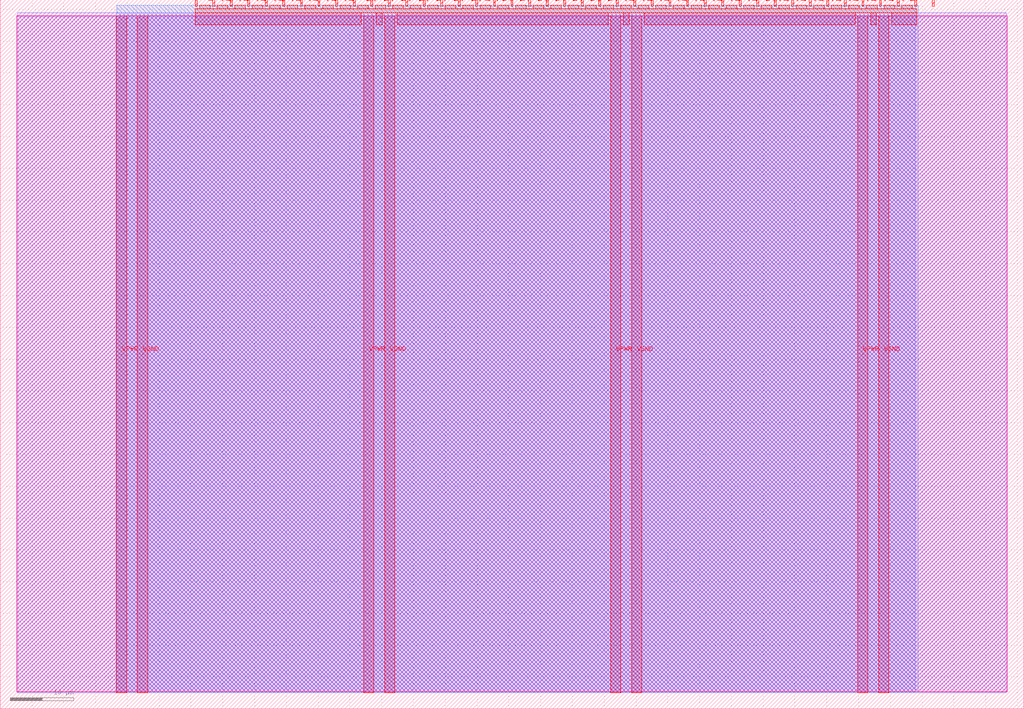
<source format=lef>
VERSION 5.7 ;
  NOWIREEXTENSIONATPIN ON ;
  DIVIDERCHAR "/" ;
  BUSBITCHARS "[]" ;
MACRO tt_um_wokwi_445254845860088833
  CLASS BLOCK ;
  FOREIGN tt_um_wokwi_445254845860088833 ;
  ORIGIN 0.000 0.000 ;
  SIZE 161.000 BY 111.520 ;
  PIN VGND
    DIRECTION INOUT ;
    USE GROUND ;
    PORT
      LAYER met4 ;
        RECT 21.580 2.480 23.180 109.040 ;
    END
    PORT
      LAYER met4 ;
        RECT 60.450 2.480 62.050 109.040 ;
    END
    PORT
      LAYER met4 ;
        RECT 99.320 2.480 100.920 109.040 ;
    END
    PORT
      LAYER met4 ;
        RECT 138.190 2.480 139.790 109.040 ;
    END
  END VGND
  PIN VPWR
    DIRECTION INOUT ;
    USE POWER ;
    PORT
      LAYER met4 ;
        RECT 18.280 2.480 19.880 109.040 ;
    END
    PORT
      LAYER met4 ;
        RECT 57.150 2.480 58.750 109.040 ;
    END
    PORT
      LAYER met4 ;
        RECT 96.020 2.480 97.620 109.040 ;
    END
    PORT
      LAYER met4 ;
        RECT 134.890 2.480 136.490 109.040 ;
    END
  END VPWR
  PIN clk
    DIRECTION INPUT ;
    USE SIGNAL ;
    ANTENNAGATEAREA 0.159000 ;
    PORT
      LAYER met4 ;
        RECT 143.830 110.520 144.130 111.520 ;
    END
  END clk
  PIN ena
    DIRECTION INPUT ;
    USE SIGNAL ;
    PORT
      LAYER met4 ;
        RECT 146.590 110.520 146.890 111.520 ;
    END
  END ena
  PIN rst_n
    DIRECTION INPUT ;
    USE SIGNAL ;
    PORT
      LAYER met4 ;
        RECT 141.070 110.520 141.370 111.520 ;
    END
  END rst_n
  PIN ui_in[0]
    DIRECTION INPUT ;
    USE SIGNAL ;
    ANTENNAGATEAREA 0.196500 ;
    PORT
      LAYER met4 ;
        RECT 138.310 110.520 138.610 111.520 ;
    END
  END ui_in[0]
  PIN ui_in[1]
    DIRECTION INPUT ;
    USE SIGNAL ;
    ANTENNAGATEAREA 0.196500 ;
    PORT
      LAYER met4 ;
        RECT 135.550 110.520 135.850 111.520 ;
    END
  END ui_in[1]
  PIN ui_in[2]
    DIRECTION INPUT ;
    USE SIGNAL ;
    ANTENNAGATEAREA 0.196500 ;
    PORT
      LAYER met4 ;
        RECT 132.790 110.520 133.090 111.520 ;
    END
  END ui_in[2]
  PIN ui_in[3]
    DIRECTION INPUT ;
    USE SIGNAL ;
    ANTENNAGATEAREA 0.196500 ;
    PORT
      LAYER met4 ;
        RECT 130.030 110.520 130.330 111.520 ;
    END
  END ui_in[3]
  PIN ui_in[4]
    DIRECTION INPUT ;
    USE SIGNAL ;
    ANTENNAGATEAREA 0.196500 ;
    PORT
      LAYER met4 ;
        RECT 127.270 110.520 127.570 111.520 ;
    END
  END ui_in[4]
  PIN ui_in[5]
    DIRECTION INPUT ;
    USE SIGNAL ;
    ANTENNAGATEAREA 0.196500 ;
    PORT
      LAYER met4 ;
        RECT 124.510 110.520 124.810 111.520 ;
    END
  END ui_in[5]
  PIN ui_in[6]
    DIRECTION INPUT ;
    USE SIGNAL ;
    ANTENNAGATEAREA 0.159000 ;
    PORT
      LAYER met4 ;
        RECT 121.750 110.520 122.050 111.520 ;
    END
  END ui_in[6]
  PIN ui_in[7]
    DIRECTION INPUT ;
    USE SIGNAL ;
    ANTENNAGATEAREA 0.196500 ;
    PORT
      LAYER met4 ;
        RECT 118.990 110.520 119.290 111.520 ;
    END
  END ui_in[7]
  PIN uio_in[0]
    DIRECTION INPUT ;
    USE SIGNAL ;
    PORT
      LAYER met4 ;
        RECT 116.230 110.520 116.530 111.520 ;
    END
  END uio_in[0]
  PIN uio_in[1]
    DIRECTION INPUT ;
    USE SIGNAL ;
    PORT
      LAYER met4 ;
        RECT 113.470 110.520 113.770 111.520 ;
    END
  END uio_in[1]
  PIN uio_in[2]
    DIRECTION INPUT ;
    USE SIGNAL ;
    PORT
      LAYER met4 ;
        RECT 110.710 110.520 111.010 111.520 ;
    END
  END uio_in[2]
  PIN uio_in[3]
    DIRECTION INPUT ;
    USE SIGNAL ;
    PORT
      LAYER met4 ;
        RECT 107.950 110.520 108.250 111.520 ;
    END
  END uio_in[3]
  PIN uio_in[4]
    DIRECTION INPUT ;
    USE SIGNAL ;
    PORT
      LAYER met4 ;
        RECT 105.190 110.520 105.490 111.520 ;
    END
  END uio_in[4]
  PIN uio_in[5]
    DIRECTION INPUT ;
    USE SIGNAL ;
    PORT
      LAYER met4 ;
        RECT 102.430 110.520 102.730 111.520 ;
    END
  END uio_in[5]
  PIN uio_in[6]
    DIRECTION INPUT ;
    USE SIGNAL ;
    PORT
      LAYER met4 ;
        RECT 99.670 110.520 99.970 111.520 ;
    END
  END uio_in[6]
  PIN uio_in[7]
    DIRECTION INPUT ;
    USE SIGNAL ;
    PORT
      LAYER met4 ;
        RECT 96.910 110.520 97.210 111.520 ;
    END
  END uio_in[7]
  PIN uio_oe[0]
    DIRECTION OUTPUT ;
    USE SIGNAL ;
    PORT
      LAYER met4 ;
        RECT 49.990 110.520 50.290 111.520 ;
    END
  END uio_oe[0]
  PIN uio_oe[1]
    DIRECTION OUTPUT ;
    USE SIGNAL ;
    PORT
      LAYER met4 ;
        RECT 47.230 110.520 47.530 111.520 ;
    END
  END uio_oe[1]
  PIN uio_oe[2]
    DIRECTION OUTPUT ;
    USE SIGNAL ;
    PORT
      LAYER met4 ;
        RECT 44.470 110.520 44.770 111.520 ;
    END
  END uio_oe[2]
  PIN uio_oe[3]
    DIRECTION OUTPUT ;
    USE SIGNAL ;
    PORT
      LAYER met4 ;
        RECT 41.710 110.520 42.010 111.520 ;
    END
  END uio_oe[3]
  PIN uio_oe[4]
    DIRECTION OUTPUT ;
    USE SIGNAL ;
    PORT
      LAYER met4 ;
        RECT 38.950 110.520 39.250 111.520 ;
    END
  END uio_oe[4]
  PIN uio_oe[5]
    DIRECTION OUTPUT ;
    USE SIGNAL ;
    PORT
      LAYER met4 ;
        RECT 36.190 110.520 36.490 111.520 ;
    END
  END uio_oe[5]
  PIN uio_oe[6]
    DIRECTION OUTPUT ;
    USE SIGNAL ;
    PORT
      LAYER met4 ;
        RECT 33.430 110.520 33.730 111.520 ;
    END
  END uio_oe[6]
  PIN uio_oe[7]
    DIRECTION OUTPUT ;
    USE SIGNAL ;
    PORT
      LAYER met4 ;
        RECT 30.670 110.520 30.970 111.520 ;
    END
  END uio_oe[7]
  PIN uio_out[0]
    DIRECTION OUTPUT ;
    USE SIGNAL ;
    PORT
      LAYER met4 ;
        RECT 72.070 110.520 72.370 111.520 ;
    END
  END uio_out[0]
  PIN uio_out[1]
    DIRECTION OUTPUT ;
    USE SIGNAL ;
    PORT
      LAYER met4 ;
        RECT 69.310 110.520 69.610 111.520 ;
    END
  END uio_out[1]
  PIN uio_out[2]
    DIRECTION OUTPUT ;
    USE SIGNAL ;
    PORT
      LAYER met4 ;
        RECT 66.550 110.520 66.850 111.520 ;
    END
  END uio_out[2]
  PIN uio_out[3]
    DIRECTION OUTPUT ;
    USE SIGNAL ;
    PORT
      LAYER met4 ;
        RECT 63.790 110.520 64.090 111.520 ;
    END
  END uio_out[3]
  PIN uio_out[4]
    DIRECTION OUTPUT ;
    USE SIGNAL ;
    PORT
      LAYER met4 ;
        RECT 61.030 110.520 61.330 111.520 ;
    END
  END uio_out[4]
  PIN uio_out[5]
    DIRECTION OUTPUT ;
    USE SIGNAL ;
    PORT
      LAYER met4 ;
        RECT 58.270 110.520 58.570 111.520 ;
    END
  END uio_out[5]
  PIN uio_out[6]
    DIRECTION OUTPUT ;
    USE SIGNAL ;
    PORT
      LAYER met4 ;
        RECT 55.510 110.520 55.810 111.520 ;
    END
  END uio_out[6]
  PIN uio_out[7]
    DIRECTION OUTPUT ;
    USE SIGNAL ;
    PORT
      LAYER met4 ;
        RECT 52.750 110.520 53.050 111.520 ;
    END
  END uio_out[7]
  PIN uo_out[0]
    DIRECTION OUTPUT ;
    USE SIGNAL ;
    ANTENNADIFFAREA 0.445500 ;
    PORT
      LAYER met4 ;
        RECT 94.150 110.520 94.450 111.520 ;
    END
  END uo_out[0]
  PIN uo_out[1]
    DIRECTION OUTPUT ;
    USE SIGNAL ;
    ANTENNADIFFAREA 0.445500 ;
    PORT
      LAYER met4 ;
        RECT 91.390 110.520 91.690 111.520 ;
    END
  END uo_out[1]
  PIN uo_out[2]
    DIRECTION OUTPUT ;
    USE SIGNAL ;
    ANTENNADIFFAREA 0.445500 ;
    PORT
      LAYER met4 ;
        RECT 88.630 110.520 88.930 111.520 ;
    END
  END uo_out[2]
  PIN uo_out[3]
    DIRECTION OUTPUT ;
    USE SIGNAL ;
    ANTENNADIFFAREA 0.445500 ;
    PORT
      LAYER met4 ;
        RECT 85.870 110.520 86.170 111.520 ;
    END
  END uo_out[3]
  PIN uo_out[4]
    DIRECTION OUTPUT ;
    USE SIGNAL ;
    ANTENNADIFFAREA 0.795200 ;
    PORT
      LAYER met4 ;
        RECT 83.110 110.520 83.410 111.520 ;
    END
  END uo_out[4]
  PIN uo_out[5]
    DIRECTION OUTPUT ;
    USE SIGNAL ;
    ANTENNADIFFAREA 0.445500 ;
    PORT
      LAYER met4 ;
        RECT 80.350 110.520 80.650 111.520 ;
    END
  END uo_out[5]
  PIN uo_out[6]
    DIRECTION OUTPUT ;
    USE SIGNAL ;
    ANTENNADIFFAREA 0.445500 ;
    PORT
      LAYER met4 ;
        RECT 77.590 110.520 77.890 111.520 ;
    END
  END uo_out[6]
  PIN uo_out[7]
    DIRECTION OUTPUT ;
    USE SIGNAL ;
    ANTENNADIFFAREA 0.445500 ;
    PORT
      LAYER met4 ;
        RECT 74.830 110.520 75.130 111.520 ;
    END
  END uo_out[7]
  OBS
      LAYER nwell ;
        RECT 2.570 2.635 158.430 108.990 ;
      LAYER li1 ;
        RECT 2.760 2.635 158.240 108.885 ;
      LAYER met1 ;
        RECT 2.760 2.480 158.240 109.440 ;
      LAYER met2 ;
        RECT 18.310 2.535 143.890 110.685 ;
      LAYER met3 ;
        RECT 18.290 2.555 144.370 110.665 ;
      LAYER met4 ;
        RECT 31.370 110.120 33.030 110.665 ;
        RECT 34.130 110.120 35.790 110.665 ;
        RECT 36.890 110.120 38.550 110.665 ;
        RECT 39.650 110.120 41.310 110.665 ;
        RECT 42.410 110.120 44.070 110.665 ;
        RECT 45.170 110.120 46.830 110.665 ;
        RECT 47.930 110.120 49.590 110.665 ;
        RECT 50.690 110.120 52.350 110.665 ;
        RECT 53.450 110.120 55.110 110.665 ;
        RECT 56.210 110.120 57.870 110.665 ;
        RECT 58.970 110.120 60.630 110.665 ;
        RECT 61.730 110.120 63.390 110.665 ;
        RECT 64.490 110.120 66.150 110.665 ;
        RECT 67.250 110.120 68.910 110.665 ;
        RECT 70.010 110.120 71.670 110.665 ;
        RECT 72.770 110.120 74.430 110.665 ;
        RECT 75.530 110.120 77.190 110.665 ;
        RECT 78.290 110.120 79.950 110.665 ;
        RECT 81.050 110.120 82.710 110.665 ;
        RECT 83.810 110.120 85.470 110.665 ;
        RECT 86.570 110.120 88.230 110.665 ;
        RECT 89.330 110.120 90.990 110.665 ;
        RECT 92.090 110.120 93.750 110.665 ;
        RECT 94.850 110.120 96.510 110.665 ;
        RECT 97.610 110.120 99.270 110.665 ;
        RECT 100.370 110.120 102.030 110.665 ;
        RECT 103.130 110.120 104.790 110.665 ;
        RECT 105.890 110.120 107.550 110.665 ;
        RECT 108.650 110.120 110.310 110.665 ;
        RECT 111.410 110.120 113.070 110.665 ;
        RECT 114.170 110.120 115.830 110.665 ;
        RECT 116.930 110.120 118.590 110.665 ;
        RECT 119.690 110.120 121.350 110.665 ;
        RECT 122.450 110.120 124.110 110.665 ;
        RECT 125.210 110.120 126.870 110.665 ;
        RECT 127.970 110.120 129.630 110.665 ;
        RECT 130.730 110.120 132.390 110.665 ;
        RECT 133.490 110.120 135.150 110.665 ;
        RECT 136.250 110.120 137.910 110.665 ;
        RECT 139.010 110.120 140.670 110.665 ;
        RECT 141.770 110.120 143.430 110.665 ;
        RECT 30.655 109.440 144.145 110.120 ;
        RECT 30.655 107.615 56.750 109.440 ;
        RECT 59.150 107.615 60.050 109.440 ;
        RECT 62.450 107.615 95.620 109.440 ;
        RECT 98.020 107.615 98.920 109.440 ;
        RECT 101.320 107.615 134.490 109.440 ;
        RECT 136.890 107.615 137.790 109.440 ;
        RECT 140.190 107.615 144.145 109.440 ;
  END
END tt_um_wokwi_445254845860088833
END LIBRARY


</source>
